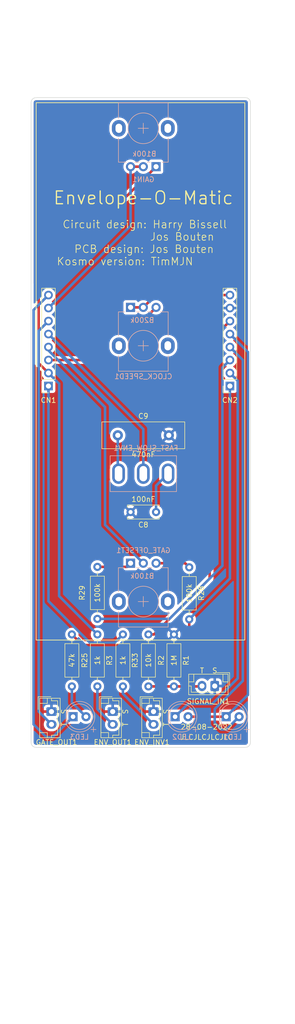
<source format=kicad_pcb>
(kicad_pcb (version 20211014) (generator pcbnew)
  (title_block (title "Envelope-o-Matic") (date "28-08-2022") (rev "1.0") (company "Harry Bissell/Jos Bouten") (comment 1 "Kosmo front panel by TimMJN"))
  (layers (0 "F.Cu" signal) (31 "B.Cu" signal) (36 "B.SilkS" user "B.Silkscreen") (37 "F.SilkS" user "F.Silkscreen") (38 "B.Mask" user) (39 "F.Mask" user) (44 "Edge.Cuts" user))
  (net 0 "")
  (net 1 "Net-(C8-Pad1)")
  (net 2 "GND")
  (net 3 "Net-(C9-Pad1)")
  (net 4 "CLOCK_SP1")
  (net 5 "CLOCK_SP2")
  (net 6 "ENV_OUT_INV")
  (net 7 "ENV_OUT")
  (net 8 "GATE_OFFSET")
  (net 9 "ENV_SPEED_SWITCH2")
  (net 10 "GATE_OUT")
  (net 11 "GAIN_POT")
  (net 12 "INV2_OUT")
  (net 13 "+12V")
  (net 14 "LED2")
  (net 15 "-12V")
  (net 16 "LED1")
  (net 17 "RECT")
  (net 18 "Net-(ENV_INV1-PadT)")
  (net 19 "Net-(ENV_OUT1-PadT)")
  (net 20 "Net-(GATE_OFFSET1-Pad1)")
  (net 21 "Net-(GATE_OFFSET1-Pad3)")
  (net 22 "Net-(LED3-Pad2)")
  (net 23 "Net-(R1-Pad2)")
  (net 24 "SIGNAL_IN")
  (footprint "TimMJN:R_Axial_DIN0207_L6.3mm_D2.5mm_P10.16mm_Horizontal_Value_SilkS" (layer "F.Cu") (at 91 160.88 90)
    (fp_text reference "R29" (at 5.08 -3 90) (layer "F.SilkS"))
    (fp_text value "100k" (at 5.08 0 90) (layer "F.SilkS"))
    (fp_line (start 8.35 -1.37) (end 1.81 -1.37) (layer "F.SilkS") (width 0.12))
    (fp_line (start 8.35 1.37) (end 8.35 -1.37) (layer "F.SilkS") (width 0.12))
    (fp_line (start 1.81 -1.37) (end 1.81 1.37) (layer "F.SilkS") (width 0.12))
    (fp_line (start 1.04 0) (end 1.81 0) (layer "F.SilkS") (width 0.12))
    (fp_line (start 1.81 1.37) (end 8.35 1.37) (layer "F.SilkS") (width 0.12))
    (fp_line (start 9.12 0) (end 8.35 0) (layer "F.SilkS") (width 0.12))
    (pad "1" thru_hole circle (at 0 0 90) (size 1.6 1.6) (drill 0.8) (layers *.Cu *.Mask) (net 15 "-12V"))
    (pad "2" thru_hole oval (at 10.16 0 90) (size 1.6 1.6) (drill 0.8) (layers *.Cu *.Mask) (net 20 "Net-(GATE_OFFSET1-Pad1)"))
  )
  (footprint "TimMJN:Jack_JST_conn_1x02_P2.50mm" (layer "F.Cu") (at 94 179 -90)
    (fp_text reference "ENV_OUT1" (at 6 0) (layer "F.SilkS"))
    (fp_text value "AudioJack")
    (fp_text user "S" (at 0 -2.5 90) (layer "F.SilkS"))
    (fp_text user "T" (at 2.5 -2.5 90) (layer "F.SilkS"))
    (fp_line (start 4.11 0.81) (end 4.11 2.31) (layer "F.SilkS") (width 0.12))
    (fp_line (start -2.91 0.11) (end -2.91 2.61) (layer "F.SilkS") (width 0.12))
    (fp_line (start -2.61 2.31) (end 5.11 2.31) (layer "F.SilkS") (width 0.12))
    (fp_line (start -1.61 0.81) (end -1.61 2.31) (layer "F.SilkS") (width 0.12))
    (fp_line (start 5.11 0.81) (end 4.11 0.81) (layer "F.SilkS") (width 0.12))
    (fp_line (start -2.61 0) (end -2.11 0) (layer "F.SilkS") (width 0.12))
    (fp_line (start 5.11 2.31) (end 5.11 -1.71) (layer "F.SilkS") (width 0.12))
    (fp_line (start 4.61 0) (end 5.11 0) (layer "F.SilkS") (width 0.12))
    (fp_line (start -2.11 0) (end -2.11 -1.21) (layer "F.SilkS") (width 0.12))
    (fp_line (start 4.61 -1.21) (end 4.61 0) (layer "F.SilkS") (width 0.12))
    (fp_line (start 5.11 -1.71) (end -2.61 -1.71) (layer "F.SilkS") (width 0.12))
    (fp_line (start -2.61 0.81) (end -1.61 0.81) (layer "F.SilkS") (width 0.12))
    (fp_line (start -2.61 -1.71) (end -2.61 2.31) (layer "F.SilkS") (width 0.12))
    (fp_line (start -2.11 -1.21) (end 4.61 -1.21) (layer "F.SilkS") (width 0.12))
    (fp_line (start -2.91 2.61) (end -0.41 2.61) (layer "F.SilkS") (width 0.12))
    (pad "S" thru_hole roundrect (at 0 0 270) (size 1.7 2) (drill 1) (layers *.Cu *.Mask) (roundrect_rratio 0.147) (net 2 "GND"))
    (pad "T" thru_hole oval (at 2.5 0 270) (size 1.7 2) (drill 1) (layers *.Cu *.Mask) (net 19 "Net-(ENV_OUT1-PadT)"))
  )
  (footprint "TimMJN:R_Axial_DIN0207_L6.3mm_D2.5mm_P10.16mm_Horizontal_Value_SilkS" (layer "F.Cu") (at 101 174.08 90)
    (fp_text reference "R2" (at 5.08 2.5 90) (layer "F.SilkS"))
    (fp_text value "10k" (at 5.08 0 90) (layer "F.SilkS"))
    (fp_line (start 9.12 0) (end 8.35 0) (layer "F.SilkS") (width 0.12))
    (fp_line (start 1.04 0) (end 1.81 0) (layer "F.SilkS") (width 0.12))
    (fp_line (start 1.81 1.37) (end 8.35 1.37) (layer "F.SilkS") (width 0.12))
    (fp_line (start 8.35 -1.37) (end 1.81 -1.37) (layer "F.SilkS") (width 0.12))
    (fp_line (start 8.35 1.37) (end 8.35 -1.37) (layer "F.SilkS") (width 0.12))
    (fp_line (start 1.81 -1.37) (end 1.81 1.37) (layer "F.SilkS") (width 0.12))
    (pad "1" thru_hole circle (at 0 0 90) (size 1.6 1.6) (drill 0.8) (layers *.Cu *.Mask) (net 23 "Net-(R1-Pad2)"))
    (pad "2" thru_hole oval (at 10.16 0 90) (size 1.6 1.6) (drill 0.8) (layers *.Cu *.Mask) (net 24 "SIGNAL_IN"))
  )
  (footprint "TimMJN:C_Disc_D6.0mm_W2.5mm_P5.00mm_Value_SilkS" (layer "F.Cu") (at 102.5 140 180)
    (fp_text reference "C8" (at 2.5 -2.5) (layer "F.SilkS"))
    (fp_text value "100nF" (at 2.5 2.5) (layer "F.SilkS"))
    (fp_line (start 5.62 -1.37) (end 5.62 -0.925) (layer "F.SilkS") (width 0.12))
    (fp_line (start -0.62 0.925) (end -0.62 1.37) (layer "F.SilkS") (width 0.12))
    (fp_line (start 5.62 0.925) (end 5.62 1.37) (layer "F.SilkS") (width 0.12))
    (fp_line (start -0.62 1.37) (end 5.62 1.37) (layer "F.SilkS") (width 0.12))
    (fp_line (start -0.62 -1.37) (end 5.62 -1.37) (layer "F.SilkS") (width 0.12))
    (fp_line (start -0.62 -1.37) (end -0.62 -0.925) (layer "F.SilkS") (width 0.12))
    (pad "1" thru_hole circle (at 0 0 180) (size 1.6 1.6) (drill 0.8) (layers *.Cu *.Mask) (net 1 "Net-(C8-Pad1)"))
    (pad "2" thru_hole circle (at 5 0 180) (size 1.6 1.6) (drill 0.8) (layers *.Cu *.Mask) (net 2 "GND"))
  )
  (footprint "TimMJN:R_Axial_DIN0207_L6.3mm_D2.5mm_P10.16mm_Horizontal_Value_SilkS" (layer "F.Cu") (at 109 150.8 -90)
    (fp_text reference "R28" (at 5.08 -2.37 90) (layer "F.SilkS"))
    (fp_text value "100k" (at 5.08 0 90) (layer "F.SilkS"))
    (fp_line (start 8.35 -1.37) (end 1.81 -1.37) (layer "F.SilkS") (width 0.12))
    (fp_line (start 1.81 -1.37) (end 1.81 1.37) (layer "F.SilkS") (width 0.12))
    (fp_line (start 1.04 0) (end 1.81 0) (layer "F.SilkS") (width 0.12))
    (fp_line (start 1.81 1.37) (end 8.35 1.37) (layer "F.SilkS") (width 0.12))
    (fp_line (start 9.12 0) (end 8.35 0) (layer "F.SilkS") (width 0.12))
    (fp_line (start 8.35 1.37) (end 8.35 -1.37) (layer "F.SilkS") (width 0.12))
    (pad "1" thru_hole circle (at 0 0 270) (size 1.6 1.6) (drill 0.8) (layers *.Cu *.Mask) (net 21 "Net-(GATE_OFFSET1-Pad3)"))
    (pad "2" thru_hole oval (at 10.16 0 270) (size 1.6 1.6) (drill 0.8) (layers *.Cu *.Mask) (net 13 "+12V"))
  )
  (footprint "Capacitor_THT:C_Disc_D16.0mm_W5.0mm_P10.00mm" (layer "F.Cu") (at 95 125)
    (fp_text reference "C9" (at 5 -3.75) (layer "F.SilkS"))
    (fp_text value "470nF" (at 5 3.75) (layer "F.SilkS"))
    (fp_line (start 13.12 -2.62) (end 13.12 2.62) (layer "F.SilkS") (width 0.12))
    (fp_line (start -3.12 2.62) (end 13.12 2.62) (layer "F.SilkS") (width 0.12))
    (fp_line (start -3.12 -2.62) (end 13.12 -2.62) (layer "F.SilkS") (width 0.12))
    (fp_line (start -3.12 -2.62) (end -3.12 2.62) (layer "F.SilkS") (width 0.12))
    (pad "1" thru_hole circle (at 0 0) (size 2 2) (drill 1) (layers *.Cu *.Mask) (net 3 "Net-(C9-Pad1)"))
    (pad "2" thru_hole circle (at 10 0) (size 2 2) (drill 1) (layers *.Cu *.Mask) (net 2 "GND"))
  )
  (footprint "TimMJN:Jack_JST_conn_1x02_P2.50mm" (layer "F.Cu") (at 102 179 -90)
    (fp_text reference "ENV_INV1" (at 6 0.3 180) (layer "F.SilkS"))
    (fp_text value "AudioJack")
    (fp_text user "S" (at 0 -2.5 90) (layer "F.SilkS"))
    (fp_text user "T" (at 2.5 -2.5 90) (layer "F.SilkS"))
    (fp_line (start 4.61 -1.21) (end 4.61 0) (layer "F.SilkS") (width 0.12))
    (fp_line (start -1.61 0.81) (end -1.61 2.31) (layer "F.SilkS") (width 0.12))
    (fp_line (start 4.11 0.81) (end 4.11 2.31) (layer "F.SilkS") (width 0.12))
    (fp_line (start 5.11 0.81) (end 4.11 0.81) (layer "F.SilkS") (width 0.12))
    (fp_line (start -2.91 2.61) (end -0.41 2.61) (layer "F.SilkS") (width 0.12))
    (fp_line (start 5.11 -1.71) (end -2.61 -1.71) (layer "F.SilkS") (width 0.12))
    (fp_line (start -2.11 0) (end -2.11 -1.21) (layer "F.SilkS") (width 0.12))
    (fp_line (start 5.11 2.31) (end 5.11 -1.71) (layer "F.SilkS") (width 0.12))
    (fp_line (start 4.61 0) (end 5.11 0) (layer "F.SilkS") (width 0.12))
    (fp_line (start -2.61 2.31) (end 5.11 2.31) (layer "F.SilkS") (width 0.12))
    (fp_line (start -2.61 0.81) (end -1.61 0.81) (layer "F.SilkS") (width 0.12))
    (fp_line (start -2.11 -1.21) (end 4.61 -1.21) (layer "F.SilkS") (width 0.12))
    (fp_line (start -2.91 0.11) (end -2.91 2.61) (layer "F.SilkS") (width 0.12))
    (fp_line (start -2.61 -1.71) (end -2.61 2.31) (layer "F.SilkS") (width 0.12))
    (fp_line (start -2.61 0) (end -2.11 0) (layer "F.SilkS") (width 0.12))
    (pad "S" thru_hole roundrect (at 0 0 270) (size 1.7 2) (drill 1) (layers *.Cu *.Mask) (roundrect_rratio 0.147) (net 2 "GND"))
    (pad "T" thru_hole oval (at 2.5 0 270) (size 1.7 2) (drill 1) (layers *.Cu *.Mask) (net 18 "Net-(ENV_INV1-PadT)"))
  )
  (footprint "Connector_PinSocket_2.54mm:PinSocket_1x08_P2.54mm_Vertical" (layer "F.Cu") (at 116.973 115.373 180)
    (fp_text reference "CN2" (at 0 -2.77) (layer "F.SilkS"))
    (fp_text value "Conn_01x08")
    (fp_line (start 1.33 -1.33) (end 1.33 0) (layer "F.SilkS") (width 0.12))
    (fp_line (start 1.33 1.27) (end 1.33 19.11) (layer "F.SilkS") (width 0.12))
    (fp_line (start -1.33 19.11) (end 1.33 19.11) (layer "F.SilkS") (width 0.12))
    (fp_line (start 0 -1.33) (end 1.33 -1.33) (layer "F.SilkS") (width 0.12))
    (fp_line (start -1.33 1.27) (end -1.33 19.11) (layer "F.SilkS") (width 0.12))
    (fp_line (start -1.33 1.27) (end 1.33 1.27) (layer "F.SilkS") (width 0.12))
    (pad "1" thru_hole rect locked (at 0 0 180) (size 1.7 1.7) (drill 1) (layers *.Cu *.Mask) (net 13 "+12V"))
    (pad "2" thru_hole oval locked (at 0 2.54 180) (size 1.7 1.7) (drill 1) (layers *.Cu *.Mask) (net 14 "LED2"))
    (pad "3" thru_hole oval locked (at 0 5.08 180) (size 1.7 1.7) (drill 1) (layers *.Cu *.Mask) (net 15 "-12V"))
    (pad "4" thru_hole oval locked (at 0 7.62 180) (size 1.7 1.7) (drill 1) (layers *.Cu *.Mask) (net 16 "LED1"))
    (pad "5" thru_hole oval locked (at 0 10.16 180) (size 1.7 1.7) (drill 1) (layers *.Cu *.Mask) (net 17 "RECT"))
    (pad "6" thru_hole oval locked (at 0 12.7 180) (size 1.7 1.7) (drill 1) (layers *.Cu *.Mask) (net 24 "SIGNAL_IN"))
    (pad "7" thru_hole oval locked (at 0 15.24 180) (size 1.7 1.7) (drill 1) (layers *.Cu *.Mask) (net 2 "GND"))
    (pad "8" thru_hole oval locked (at 0 17.78 180) (size 1.7 1.7) (drill 1) (layers *.Cu *.Mask) (net 4 "CLOCK_SP1"))
  )
  (footprint "TimMJN:Jack_JST_conn_1x02_P2.50mm" (layer "F.Cu") (at 82 179 -90)
    (fp_text reference "GATE_OUT1" (at 6 -1 180) (layer "F.SilkS"))
    (fp_text value "AudioJack")
    (fp_text user "T" (at 2.5 -2.5 90) (layer "F.SilkS"))
    (fp_text user "S" (at 0 -2.5 90) (layer "F.SilkS"))
    (fp_line (start -2.11 -1.21) (end 4.61 -1.21) (layer "F.SilkS") (width 0.12))
    (fp_line (start -2.61 -1.71) (end -2.61 2.31) (layer "F.SilkS") (width 0.12))
    (fp_line (start -1.61 0.81) (end -1.61 2.31) (layer "F.SilkS") (width 0.12))
    (fp_line (start -2.61 0.81) (end -1.61 0.81) (layer "F.SilkS") (width 0.12))
    (fp_line (start 5.11 2.31) (end 5.11 -1.71) (layer "F.SilkS") (width 0.12))
    (fp_line (start 4.61 0) (end 5.11 0) (layer "F.SilkS") (width 0.12))
    (fp_line (start 5.11 -1.71) (end -2.61 -1.71) (layer "F.SilkS") (width 0.12))
    (fp_line (start -2.61 2.31) (end 5.11 2.31) (layer "F.SilkS") (width 0.12))
    (fp_line (start 4.61 -1.21) (end 4.61 0) (layer "F.SilkS") (width 0.12))
    (fp_line (start 5.11 0.81) (end 4.11 0.81) (layer "F.SilkS") (width 0.12))
    (fp_line (start -2.91 2.61) (end -0.41 2.61) (layer "F.SilkS") (width 0.12))
    (fp_line (start 4.11 0.81) (end 4.11 2.31) (layer "F.SilkS") (width 0.12))
    (fp_line (start -2.11 0) (end -2.11 -1.21) (layer "F.SilkS") (width 0.12))
    (fp_line (start -2.61 0) (end -2.11 0) (layer "F.SilkS") (width 0.12))
    (fp_line (start -2.91 0.11) (end -2.91 2.61) (layer "F.SilkS") (width 0.12))
    (pad "S" thru_hole roundrect (at 0 0 270) (size 1.7 2) (drill 1) (layers *.Cu *.Mask) (roundrect_rratio 0.147) (net 2 "GND"))
    (pad "T" thru_hole oval (at 2.5 0 270) (size 1.7 2) (drill 1) (layers *.Cu *.Mask) (net 10 "GATE_OUT"))
  )
  (footprint "TimMJN:R_Axial_DIN0207_L6.3mm_D2.5mm_P10.16mm_Horizontal_Value_SilkS" (layer "F.Cu") (at 91 163.92 -90)
    (fp_text reference "R3" (at 5.08 -2.37 90) (layer "F.SilkS"))
    (fp_text value "1k" (at 5.08 0 90) (layer "F.SilkS"))
    (fp_line (start 8.35 1.37) (end 8.35 -1.37) (layer "F.SilkS") (width 0.12))
    (fp_line (start 1.81 1.37) (end 8.35 1.37) (layer "F.SilkS") (width 0.12))
    (fp_line (start 9.12 0) (end 8.35 0) (layer "F.SilkS") (width 0.12))
    (fp_line (start 1.81 -1.37) (end 1.81 1.37) (layer "F.SilkS") (width 0.12))
    (fp_line (start 1.04 0) (end 1.81 0) (layer "F.SilkS") (width 0.12))
    (fp_line (start 8.35 -1.37) (end 1.81 -1.37) (layer "F.SilkS") (width 0.12))
    (pad "1" thru_hole circle (at 0 0 270) (size 1.6 1.6) (drill 0.8) (layers *.Cu *.Mask) (net 7 "ENV_OUT"))
    (pad "2" thru_hole oval (at 10.16 0 270) (size 1.6 1.6) (drill 0.8) (layers *.Cu *.Mask) (net 19 "Net-(ENV_OUT1-PadT)"))
  )
  (footprint "TimMJN:R_Axial_DIN0207_L6.3mm_D2.5mm_P10.16mm_Horizontal_Value_SilkS" (layer "F.Cu") (at 106 163.92 -90)
    (fp_text reference "R1" (at 5.08 -2.37 90) (layer "F.SilkS"))
    (fp_text value "1M" (at 5.08 0 90) (layer "F.SilkS"))
    (fp_line (start 8.35 -1.37) (end 1.81 -1.37) (layer "F.SilkS") (width 0.12))
    (fp_line (start 1.81 1.37) (end 8.35 1.37) (layer "F.SilkS") (width 0.12))
    (fp_line (start 8.35 1.37) (end 8.35 -1.37) (layer "F.SilkS") (width 0.12))
    (fp_line (start 1.81 -1.37) (end 1.81 1.37) (layer "F.SilkS") (width 0.12))
    (fp_line (start 9.12 0) (end 8.35 0) (layer "F.SilkS") (width 0.12))
    (fp_line (start 1.04 0) (end 1.81 0) (layer "F.SilkS") (width 0.12))
    (pad "1" thru_hole circle (at 0 0 270) (size 1.6 1.6) (drill 0.8) (layers *.Cu *.Mask) (net 2 "GND"))
    (pad "2" thru_hole oval (at 10.16 0 270) (size 1.6 1.6) (drill 0.8) (layers *.Cu *.Mask) (net 23 "Net-(R1-Pad2)"))
  )
  (footprint "Connector_PinSocket_2.54mm:PinSocket_1x08_P2.54mm_Vertical" (layer "F.Cu") (at 81.413 115.372 180)
    (fp_text reference "CN1" (at 0 -2.77) (layer "F.SilkS"))
    (fp_text value "Conn_01x08")
    (fp_line (start -1.33 19.11) (end 1.33 19.11) (layer "F.SilkS") (width 0.12))
    (fp_line (start -1.33 1.27) (end 1.33 1.27) (layer "F.SilkS") (width 0.12))
    (fp_line (start 1.33 -1.33) (end 1.33 0) (layer "F.SilkS") (width 0.12))
    (fp_line (start 0 -1.33) (end 1.33 -1.33) (layer "F.SilkS") (width 0.12))
    (fp_line (start 1.33 1.27) (end 1.33 19.11) (layer "F.SilkS") (width 0.12))
    (fp_line (start -1.33 1.27) (end -1.33 19.11) (layer "F.SilkS") (width 0.12))
    (pad "1" thru_hole rect locked (at 0 0 180) (size 1.7 1.7) (drill 1) (layers *.Cu *.Mask) (net 6 "ENV_OUT_INV"))
    (pad "2" thru_hole oval locked (at 0 2.54 180) (size 1.7 1.7) (drill 1) (layers *.Cu *.Mask) (net 7 "ENV_OUT"))
    (pad "3" thru_hole oval locked (at 0 5.08 180) (size 1.7 1.7) (drill 1) (layers *.Cu *.Mask) (net 5 "CLOCK_SP2"))
    (pad "4" thru_hole oval locked (at 0 7.62 180) (size 1.7 1.7) (drill 1) (layers *.Cu *.Mask) (net 8 "GATE_OFFSET"))
    (pad "5" thru_hole oval locked (at 0 10.16 180) (size 1.7 1.7) (drill 1) (layers *.Cu *.Mask) (net 9 "ENV_SPEED_SWITCH2"))
    (pad "6" thru_hole oval locked (at 0 12.7 180) (size 1.7 1.7) (drill 1) (layers *.Cu *.Mask) (net 10 "GATE_OUT"))
    (pad "7" thru_hole oval locked (at 0 15.24 180) (size 1.7 1.7) (drill 1) (layers *.Cu *.Mask) (net 11 "GAIN_POT"))
    (pad "8" thru_hole oval locked (at 0 17.78 180) (size 1.7 1.7) (drill 1) (layers *.Cu *.Mask) (net 12 "INV2_OUT"))
  )
  (footprint "TimMJN:Jack_JST_conn_1x02_P2.50mm" (layer "F.Cu") (at 114 174 180)
    (fp_text reference "SIGNAL_IN1" (at 1.25 -3) (layer "F.SilkS"))
    (fp_text value "AudioJack")
    (fp_text user "S" (at 0 3) (layer "F.SilkS"))
    (fp_text user "T" (at 2.5 3) (layer "F.SilkS"))
    (fp_line (start 5.11 0.81) (end 4.11 0.81) (layer "F.SilkS") (width 0.12))
    (fp_line (start -2.61 0) (end -2.11 0) (layer "F.SilkS") (width 0.12))
    (fp_line (start 4.61 -1.21) (end 4.61 0) (layer "F.SilkS") (width 0.12))
    (fp_line (start 5.11 2.31) (end 5.11 -1.71) (layer "F.SilkS") (width 0.12))
    (fp_line (start 4.11 0.81) (end 4.11 2.31) (layer "F.SilkS") (width 0.12))
    (fp_line (start -2.91 0.11) (end -2.91 2.61) (layer "F.SilkS") (width 0.12))
    (fp_line (start -2.61 0.81) (end -1.61 0.81) (layer "F.SilkS") (width 0.12))
    (fp_line (start 5.11 -1.71) (end -2.61 -1.71) (layer "F.SilkS") (width 0.12))
    (fp_line (start -2.11 0) (end -2.11 -1.21) (layer "F.SilkS") (width 0.12))
    (fp_line (start -2.61 2.31) (end 5.11 2.31) (layer "F.SilkS") (width 0.12))
    (fp_line (start -1.61 0.81) (end -1.61 2.31) (layer "F.SilkS") (width 0.12))
    (fp_line (start -2.11 -1.21) (end 4.61 -1.21) (layer "F.SilkS") (width 0.12))
    (fp_line (start -2.91 2.61) (end -0.41 2.61) (layer "F.SilkS") (width 0.12))
    (fp_line (start -2.61 -1.71) (end -2.61 2.31) (layer "F.SilkS") (width 0.12))
    (fp_line (start 4.61 0) (end 5.11 0) (layer "F.SilkS") (width 0.12))
    (pad "S" thru_hole roundrect (at 0 0 180) (size 1.7 2) (drill 1) (layers *.Cu *.Mask) (roundrect_rratio 0.147) (net 2 "GND"))
    (pad "T" thru_hole oval (at 2.5 0 180) (size 1.7 2) (drill 1) (layers *.Cu *.Mask) (net 23 "Net-(R1-Pad2)"))
  )
  (footprint "TimMJN:R_Axial_DIN0207_L6.3mm_D2.5mm_P10.16mm_Horizontal_Value_SilkS" (layer "F.Cu") (at 86 174.08 90)
    (fp_text reference "R25" (at 5.08 2.5 90) (layer "F.SilkS"))
    (fp_text value "47k" (at 5.08 0 90) (layer "F.SilkS"))
    (fp_line (start 9.12 0) (end 8.35 0) (layer "F.SilkS") (width 0.12))
    (fp_line (start 8.35 -1.37) (end 1.81 -1.37) (layer "F.SilkS") (width 0.12))
    (fp_line (start 8.35 1.37) (end 8.35 -1.37) (layer "F.SilkS") (width 0.12))
    (fp_line (start 1.04 0) (end 1.81 0) (layer "F.SilkS") (width 0.12))
    (fp_line (start 1.81 -1.37) (end 1.81 1.37) (layer "F.SilkS") (width 0.12))
    (fp_line (start 1.81 1.37) (end 8.35 1.37) (layer "F.SilkS") (width 0.12))
    (pad "1" thru_hole circle (at 0 0 90) (size 1.6 1.6) (drill 0.8) (layers *.Cu *.Mask) (net 22 "Net-(LED3-Pad2)"))
    (pad "2" thru_hole oval (at 10.16 0 90) (size 1.6 1.6) (drill 0.8) (layers *.Cu *.Mask) (net 13 "+12V"))
  )
  (footprint "TimMJN:R_Axial_DIN0207_L6.3mm_D2.5mm_P10.16mm_Horizontal_Value_SilkS" (layer "F.Cu") (at 96 163.92 -90)
    (fp_text reference "R33" (at 5.08 -2.37 90) (layer "F.SilkS"))
    (fp_text value "1k" (at 5.08 0 90) (layer "F.SilkS"))
    (fp_line (start 8.35 1.37) (end 8.35 -1.37) (layer "F.SilkS") (width 0.12))
    (fp_line (start 1.04 0) (end 1.81 0) (layer "F.SilkS") (width 0.12))
    (fp_line (start 8.35 -1.37) (end 1.81 -1.37) (layer "F.SilkS") (width 0.12))
    (fp_line (start 9.12 0) (end 8.35 0) (layer "F.SilkS") (width 0.12))
    (fp_line (start 1.81 -1.37) (end 1.81 1.37) (layer "F.SilkS") (width 0.12))
    (fp_line (start 1.81 1.37) (end 8.35 1.37) (layer "F.SilkS") (width 0.12))
    (pad "1" thru_hole circle (at 0 0 270) (size 1.6 1.6) (drill 0.8) (layers *.Cu *.Mask) (net 6 "ENV_OUT_INV"))
    (pad "2" thru_hole oval (at 10.16 0 270) (size 1.6 1.6) (drill 0.8) (layers *.Cu *.Mask) (net 18 "Net-(ENV_INV1-PadT)"))
  )
  (footprint "TimMJN:LED_D5.0mm" (layer "B.Cu") (at 87.5 180)
    (fp_text reference "LED3" (at 0 3.96) (layer "B.SilkS") (effects (justify mirror)))
    (fp_text value "LED")
    (fp_line (start 2.73 3) (end 2.73 2) (layer "B.SilkS") (width 0.12))
    (fp_line (start 2.23 2.5) (end 3.23 2.5) (layer "B.SilkS") (width 0.12))
    (fp_line (start -2.56 1.545) (end -2.56 -1.545) (layer "B.SilkS") (width 0.12))
    (fp_arc (start 2.99 -0.000462) (mid 0.802002 2.880433) (end -2.56 1.54483) (layer "B.SilkS") (width 0.12))
    (fp_arc (start -2.56 -1.54483) (mid 0.802002 -2.880433) (end 2.99 0.000462) (layer "B.SilkS") (width 0.12))
    (fp_circle (center 0 0) (end 2.5 0) (layer "B.SilkS") (width 0.12) (fill none))
    (pad "1" thru_hole rect (at -1.27 0) (size 1.8 1.8) (drill 0.9) (layers *.Cu *.Mask) (net 12 "INV2_OUT"))
    (pad "2" thru_hole circle (at 1.27 0) (size 1.8 1.8) (drill 0.9) (layers *.Cu *.Mask) (net 22 "Net-(LED3-Pad2)"))
  )
  (footprint "TimMJN:LED_D5.0mm" (layer "B.Cu") (at 107.5 180)
    (fp_text reference "LED2" (at 0 3.96) (layer "B.SilkS") (effects (justify mirror)))
    (fp_text value "LED")
    (fp_line (start 2.23 2.5) (end 3.23 2.5) (layer "B.SilkS") (width 0.12))
    (fp_line (start 2.73 3) (end 2.73 2) (layer "B.SilkS") (width 0.12))
    (fp_line (start -2.56 1.545) (end -2.56 -1.545) (layer "B.SilkS") (width 0.12))
    (fp_arc (start 2.99 -0.000462) (mid 0.802002 2.880433) (end -2.56 1.54483) (layer "B.SilkS") (width 0.12))
    (fp_arc (start -2.56 -1.54483) (mid 0.802002 -2.880433) (end 2.99 0.000462) (layer "B.SilkS") (width 0.12))
    (fp_circle (center 0 0) (end 2.5 0) (layer "B.SilkS") (width 0.12) (fill none))
    (pad "1" thru_hole rect (at -1.27 0) (size 1.8 1.8) (drill 0.9) (layers *.Cu *.Mask) (net 14 "LED2"))
    (pad "2" thru_hole circle (at 1.27 0) (size 1.8 1.8) (drill 0.9) (layers *.Cu *.Mask) (net 17 "RECT"))
  )
  (footprint "TimMJN:Switch_SP" (layer "B.Cu") (at 100 132.5 90)
    (fp_text reference "FAST_SLOW_ENV1" (at 5 0.5 180) (layer "B.SilkS") (effects (justify mirror)))
    (fp_text value "SW_SPDT")
    (fp_line (start -3.5 6.5) (end 3.5 6.5) (layer "B.SilkS") (width 0.12))
    (fp_line (start -3.5 -6.5) (end -3.5 6.5) (layer "B.SilkS") (width 0.12))
    (fp_line (start 3.5 6.5) (end 3.5 -6.5) (layer "B.SilkS") (width 0.12))
    (fp_line (start 3.5 -6.5) (end -3.5 -6.5) (layer "B.SilkS") (width 0.12))
    (pad "1" thru_hole oval (at 0 -4.85 90) (size 4 2.5) (drill oval 3 1.5) (layers *.Cu *.Mask) (net 3 "Net-(C9-Pad1)"))
    (pad "2" thru_hole oval (at 0 0 90) (size 4 2.5) (drill oval 3 1.5) (layers *.Cu *.Mask) (net 9 "ENV_SPEED_SWITCH2"))
    (pad "3" thru_hole oval (at 0 4.85 90) (size 4 2.5) (drill oval 3 1.5) (layers *.Cu *.Mask) (net 1 "Net-(C8-Pad1)"))
  )
  (footprint "TimMJN:Potentiometer_Alpha_9mm_single_gang" (layer "B.Cu") (at 100 157.5 -90)
    (fp_text reference "GATE_OFFSET1" (at -10 0 180) (layer "B.SilkS") (effects (justify mirror)))
    (fp_text value "B100k" (at -5 0.214) (layer "B.SilkS") (effects (justify mirror)))
    (fp_line (start -6.62 -1.66) (end -6.62 -0.83) (layer "B.SilkS") (width 0.12))
    (fp_line (start -6.62 -4.87) (end -6.62 -3.38) (layer "B.SilkS") (width 0.12))
    (fp_line (start -6.62 4.88) (end -1.9 4.88) (layer "B.SilkS") (width 0.12))
    (fp_line (start 1.91 -4.87) (end 4.97 -4.87) (layer "B.SilkS") (width 0.12))
    (fp_line (start 1.91 4.87) (end 4.97 4.87) (layer "B.SilkS") (width 0.12))
    (fp_line (start 1 0) (end -1 0) (layer "B.SilkS") (width 0.12))
    (fp_line (start -6.62 0.79) (end -6.62 1.32) (layer "B.SilkS") (width 0.12))
    (fp_line (start -6.62 3.69) (end -6.62 4.87) (layer "B.SilkS") (width 0.12))
    (fp_line (start 0 -1) (end 0 1) (layer "B.SilkS") (width 0.12))
    (fp_line (start -6.62 -4.87) (end -1.9 -4.87) (layer "B.SilkS") (width 0.12))
    (fp_line (start 4.97 -4.87) (end 4.97 4.87) (layer "B.SilkS") (width 0.12))
    (fp_circle (center 0 0) (end 3 0) (layer "B.SilkS") (width 0.12) (fill none))
    (pad "" thru_hole oval (at 0 4.8 180) (size 2.72 3.24) (drill oval 1.3 1.8) (layers *.Cu *.Mask))
    (pad "" thru_hole oval (at 0 -4.8 180) (size 2.72 3.24) (drill oval 1.3 1.8) (layers *.Cu *.Mask))
    (pad "1" thru_hole rect (at -7.5 2.5 180) (size 1.8 1.8) (drill 1) (layers *.Cu *.Mask) (net 20 "Net-(GATE_OFFSET1-Pad1)"))
    (pad "2" thru_hole circle (at -7.5 0 180) (size 1.8 1.8) (drill 1) (layers *.Cu *.Mask) (net 8 "GATE_OFFSET"))
    (pad "3" thru_hole circle (at -7.5 -2.5 180) (size 1.8 1.8) (drill 1) (layers *.Cu *.Mask) (net 21 "Net-(GATE_OFFSET1-Pad3)"))
  )
  (footprint "TimMJN:LED_D5.0mm" (layer "B.Cu") (at 117.5 180)
    (fp_text reference "LED1" (at 0 3.96) (layer "B.SilkS") (effects (justify mirror)))
    (fp_text value "LED")
    (fp_line (start -2.56 1.545) (end -2.56 -1.545) (layer "B.SilkS") (width 0.12))
    (fp_line (start 2.23 2.5) (end 3.23 2.5) (layer "B.SilkS") (width 0.12))
    (fp_line (start 2.73 3) (end 2.73 2) (layer "B.SilkS") (width 0.12))
    (fp_arc (start -2.56 -1.54483) (mid 0.802002 -2.880433) (end 2.99 0.000462) (layer "B.SilkS") (width 0.12))
    (fp_arc (start 2.99 -0.000462) (mid 0.802002 2.880433) (end -2.56 1.54483) (layer "B.SilkS") (width 0.12))
    (fp_circle (center 0 0) (end 2.5 0) (layer "B.SilkS") (width 0.12) (fill none))
    (pad "1" thru_hole rect (at -1.27 0) (size 1.8 1.8) (drill 0.9) (layers *.Cu *.Mask) (net 17 "RECT"))
    (pad "2" thru_hole circle (at 1.27 0) (size 1.8 1.8) (drill 0.9) (layers *.Cu *.Mask) (net 16 "LED1"))
  )
  (footprint "TimMJN:Potentiometer_Alpha_9mm_single_gang" (layer "B.Cu") (at 100 107.5 -90)
    (fp_text reference "CLOCK_SPEED1" (at 6 0 180) (layer "B.SilkS") (effects (justify mirror)))
    (fp_text value "B200k" (at -5 0.214) (layer "B.SilkS") (effects (justify mirror)))
    (fp_line (start -6.62 -1.66) (end -6.62 -0.83) (layer "B.SilkS") (width 0.12))
    (fp_line (start -6.62 -4.87) (end -6.62 -3.38) (layer "B.SilkS") (width 0.12))
    (fp_line (start 4.97 -4.87) (end 4.97 4.87) (layer "B.SilkS") (width 0.12))
    (fp_line (start -6.62 3.69) (end -6.62 4.87) (layer "B.SilkS") (width 0.12))
    (fp_line (start -6.62 -4.87) (end -1.9 -4.87) (layer "B.SilkS") (width 0.12))
    (fp_line (start -6.62 4.88) (end -1.9 4.88) (layer "B.SilkS") (width 0.12))
    (fp_line (start 1.91 4.87) (end 4.97 4.87) (layer "B.SilkS") (width 0.12))
    (fp_line (start 1.91 -4.87) (end 4.97 -4.87) (layer "B.SilkS") (width 0.12))
    (fp_line (start 0 -1) (end 0 1) (layer "B.SilkS") (width 0.12))
    (fp_line (start -6.62 0.79) (end -6.62 1.32) (layer "B.SilkS") (width 0.12))
    (fp_line (start 1 0) (end -1 0) (layer "B.SilkS") (width 0.12))
    (fp_circle (center 0 0) (end 3 0) (layer "B.SilkS") (width 0.12) (fill none))
    (pad "" thru_hole oval (at 0 4.8 180) (size 2.72 3.24) (drill oval 1.3 1.8) (layers *.Cu *.Mask))
    (pad "" thru_hole oval (at 0 -4.8 180) (size 2.72 3.24) (drill oval 1.3 1.8) (layers *.Cu *.Mask))
    (pad "1" thru_hole rect (at -7.5 2.5 180) (size 1.8 1.8) (drill 1) (layers *.Cu *.Mask) (net 4 "CLOCK_SP1"))
    (pad "2" thru_hole circle (at -7.5 0 180) (size 1.8 1.8) (drill 1) (layers *.Cu *.Mask) (net 4 "CLOCK_SP1"))
    (pad "3" thru_hole circle (at -7.5 -2.5 180) (size 1.8 1.8) (drill 1) (layers *.Cu *.Mask) (net 5 "CLOCK_SP2"))
  )
  (footprint "TimMJN:Potentiometer_Alpha_9mm_single_gang" (layer "B.Cu") (at 100 65 90)
    (fp_text reference "GAIN1" (at -10 0 180) (layer "B.SilkS") (effects (justify mirror)))
    (fp_text value "B100k" (at -5 0.214) (layer "B.SilkS") (effects (justify mirror)))
    (fp_line (start -6.62 4.88) (end -1.9 4.88) (layer "B.SilkS") (width 0.12))
    (fp_line (start 1.91 4.87) (end 4.97 4.87) (layer "B.SilkS") (width 0.12))
    (fp_line (start -6.62 -4.87) (end -6.62 -3.38) (layer "B.SilkS") (width 0.12))
    (fp_line (start -6.62 0.79) (end -6.62 1.32) (layer "B.SilkS") (width 0.12))
    (fp_line (start 0 -1) (end 0 1) (layer "B.SilkS") (width 0.12))
    (fp_line (start -6.62 -4.87) (end -1.9 -4.87) (layer "B.SilkS") (width 0.12))
    (fp_line (start 1.91 -4.87) (end 4.97 -4.87) (layer "B.SilkS") (width 0.12))
    (fp_line (start -6.62 3.69) (end -6.62 4.87) (layer "B.SilkS") (width 0.12))
    (fp_line (start 1 0) (end -1 0) (layer "B.SilkS") (width 0.12))
    (fp_line (start 4.97 -4.87) (end 4.97 4.87) (layer "B.SilkS") (width 0.12))
    (fp_line (start -6.62 -1.66) (end -6.62 -0.83) (layer "B.SilkS") (width 0.12))
    (fp_circle (center 0 0) (end 3 0) (layer "B.SilkS") (width 0.12) (fill none))
    (pad "" thru_hole oval (at 0 -4.8) (size 2.72 3.24) (drill oval 1.3 1.8) (layers *.Cu *.Mask))
    (pad "" thru_hole oval (at 0 4.8) (size 2.72 3.24) (drill oval 1.3 1.8) (layers *.Cu *.Mask))
    (pad "1" thru_hole rect (at -7.5 2.5) (size 1.8 1.8) (drill 1) (layers *.Cu *.Mask) (net 7 "ENV_OUT"))
    (pad "2" thru_hole circle (at -7.5 0) (size 1.8 1.8) (drill 1) (layers *.Cu *.Mask) (net 11 "GAIN_POT"))
    (pad "3" thru_hole circle (at -7.5 -2.5) (size 1.8 1.8) (drill 1) (layers *.Cu *.Mask) (net 11 "GAIN_POT"))
  )
  (gr_rect locked (start 79 60) (end 119.894 165.018) (layer "F.SilkS") (width 0.15) (fill none))
  (gr_arc (start 79 186) (mid 78.292893 185.707107) (end 78 185) (layer "Edge.Cuts") (width 0.1))
  (gr_line (start 78 185) (end 78 60) (layer "Edge.Cuts") (width 0.1))
  (gr_arc (start 120 59) (mid 120.707107 59.292893) (end 121 60) (layer "Edge.Cuts") (width 0.1))
  (gr_line (start 79 59) (end 120 59) (layer "Edge.Cuts") (width 0.1))
  (gr_arc (start 78 60) (mid 78.292893 59.292893) (end 79 59) (layer "Edge.Cuts") (width 0.1))
  (gr_line (start 120 186) (end 79 186) (layer "Edge.Cuts") (width 0.1))
  (gr_arc (start 121 185) (mid 120.707107 185.707107) (end 120 186) (layer "Edge.Cuts") (width 0.1))
  (gr_line (start 121 60) (end 121 185) (layer "Edge.Cuts") (width 0.1))
  (gr_text "JLCJLCJLCJLC" (at 112.4 184) (layer "F.SilkS") (effects (font (size 1 1))))
  (gr_text "  Circuit design: Harry Bissell\n                 Jos Bouten\n    PCB design: Jos Bouten\n Kosmo version: TimMJN" (at 81.8 87.4) (layer "F.SilkS") (effects (font (size 1.5 1.5)) (justify left)))
  (gr_text "28-08-2022" (at 112.4 182) (layer "F.SilkS") (effects (font (size 1 1))))
  (gr_text "Envelope-O-Matic" (at 100 78.6) (layer "F.SilkS") (effects (font (size 2.5 2.5) (thickness 0.25))))
  (segment (start 102.5 140) (end 102.5 134.85) (width 0.5) (layer "B.Cu") (net 1))
  (segment (start 102.5 134.85) (end 104.85 132.5) (width 0.5) (layer "B.Cu") (net 1))
  (segment (start 95 125) (end 95 132.35) (width 0.5) (layer "B.Cu") (net 3))
  (segment (start 97.5 100) (end 100 100) (width 0.5) (layer "F.Cu") (net 4))
  (segment (start 102.407 97.593) (end 116.973 97.593) (width 0.5) (layer "F.Cu") (net 4))
  (segment (start 100 100) (end 102.407 97.593) (width 0.5) (layer "F.Cu") (net 4))
  (segment (start 94.2 104.8) (end 88.708 110.292) (width 0.5) (layer "F.Cu") (net 5))
  (segment (start 102.5 100) (end 97.7 104.8) (width 0.5) (layer "F.Cu") (net 5))
  (segment (start 88.708 110.292) (end 81.413 110.292) (width 0.5) (layer "F.Cu") (net 5))
  (segment (start 97.7 104.8) (end 94.2 104.8) (width 0.5) (layer "F.Cu") (net 5))
  (segment (start 94.42 165.5) (end 89.5 165.5) (width 0.5) (layer "B.Cu") (net 6))
  (segment (start 96 163.92) (end 94.42 165.5) (width 0.5) (layer "B.Cu") (net 6))
  (segment (start 81.413 157.413) (end 81.413 115.372) (width 0.5) (layer "B.Cu") (net 6))
  (segment (start 89.5 165.5) (end 81.413 157.413) (width 0.5) (layer "B.Cu") (net 6))
  (segment (start 79.5 95.5) (end 102.5 72.5) (width 0.5) (layer "F.Cu") (net 7))
  (segment (start 79.5 110.919) (end 79.5 95.5) (width 0.5) (layer "F.Cu") (net 7))
  (segment (start 81.413 112.832) (end 79.5 110.919) (width 0.5) (layer "F.Cu") (net 7))
  (segment (start 83.5 156.42) (end 83.5 114.919) (width 0.5) (layer "B.Cu") (net 7))
  (segment (start 91 163.92) (end 83.5 156.42) (width 0.5) (layer "B.Cu") (net 7))
  (segment (start 83.5 114.919) (end 81.413 112.832) (width 0.5) (layer "B.Cu") (net 7))
  (segment (start 81.413 107.752) (end 81.413 108.413) (width 0.5) (layer "B.Cu") (net 8))
  (segment (start 92.5 119.5) (end 92.5 142.5) (width 0.5) (layer "B.Cu") (net 8))
  (segment (start 92.5 142.5) (end 100 150) (width 0.5) (layer "B.Cu") (net 8))
  (segment (start 81.413 108.413) (end 92.5 119.5) (width 0.5) (layer "B.Cu") (net 8))
  (segment (start 100 123.799) (end 100 132.5) (width 0.5) (layer "B.Cu") (net 9))
  (segment (start 81.413 105.212) (end 100 123.799) (width 0.5) (layer "B.Cu") (net 9))
  (segment (start 79.5 179) (end 79.5 104.585) (width 0.5) (layer "B.Cu") (net 10))
  (segment (start 79.5 104.585) (end 81.413 102.672) (width 0.5) (layer "B.Cu") (net 10))
  (segment (start 82 181.5) (end 79.5 179) (width 0.5) (layer "B.Cu") (net 10))
  (segment (start 100 72.5) (end 97.5 72.5) (width 0.5) (layer "F.Cu") (net 11))
  (segment (start 97.5 72.5) (end 97.5 84.045) (width 0.5) (layer "B.Cu") (net 11))
  (segment (start 97.5 84.045) (end 81.413 100.132) (width 0.5) (layer "B.Cu") (net 11))
  (segment (start 78.5 100.505) (end 78.5 181.5) (width 0.5) (layer "B.Cu") (net 12))
  (segment (start 78.5 181.5) (end 81 184) (width 0.5) (layer "B.Cu") (net 12))
  (segment (start 81.413 97.592) (end 78.5 100.505) (width 0.5) (layer "B.Cu") (net 12))
  (segment (start 82.23 184) (end 86.23 180) (width 0.5) (layer "B.Cu") (net 12))
  (segment (start 81 184) (end 82.23 184) (width 0.5) (layer "B.Cu") (net 12))
  (segment (start 109 164) (end 109 160.96) (width 0.5) (layer "F.Cu") (net 13))
  (segment (start 88.08 166) (end 107 166) (width 0.5) (layer "F.Cu") (net 13))
  (segment (start 86 163.92) (end 88.08 166) (width 0.5) (layer "F.Cu") (net 13))
  (segment (start 107 166) (end 109 164) (width 0.5) (layer "F.Cu") (net 13))
  (segment (start 116.973 152.987) (end 109 160.96) (width 0.5) (layer "B.Cu") (net 13))
  (segment (start 116.973 115.373) (end 116.973 152.987) (width 0.5) (layer "B.Cu") (net 13))
  (segment (start 116.973 112.833) (end 118.5 114.36) (width 0.5) (layer "B.Cu") (net 14))
  (segment (start 118.5 114.36) (end 118.5 172.5) (width 0.5) (layer "B.Cu") (net 14))
  (segment (start 108.73 177.5) (end 106.23 180) (width 0.5) (layer "B.Cu") (net 14))
  (segment (start 118.5 172.5) (end 113.5 177.5) (width 0.5) (layer "B.Cu") (net 14))
  (segment (start 113.5 177.5) (end 108.73 177.5) (width 0.5) (layer "B.Cu") (net 14))
  (segment (start 116.973 110.293) (end 115.5 111.766) (width 0.5) (layer "B.Cu") (net 15))
  (segment (start 115.5 150.5) (end 105.12 160.88) (width 0.5) (layer "B.Cu") (net 15))
  (segment (start 105.12 160.88) (end 91 160.88) (width 0.5) (layer "B.Cu") (net 15))
  (segment (start 115.5 111.766) (end 115.5 150.5) (width 0.5) (layer "B.Cu") (net 15))
  (segment (start 119.5 110.28) (end 119.5 173) (width 0.5) (layer "B.Cu") (net 16))
  (segment (start 119.5 173) (end 114 178.5) (width 0.5) (layer "B.Cu") (net 16))
  (segment (start 115.25 182.5) (end 116.27 182.5) (width 0.5) (layer "B.Cu") (net 16))
  (segment (start 116.973 107.753) (end 119.5 110.28) (width 0.5) (layer "B.Cu") (net 16))
  (segment (start 116.27 182.5) (end 118.77 180) (width 0.5) (layer "B.Cu") (net 16))
  (segment (start 114 178.5) (end 114 181.25) (width 0.5) (layer "B.Cu") (net 16))
  (segment (start 114 181.25) (end 115.25 182.5) (width 0.5) (layer "B.Cu") (net 16))
  (segment (start 116.23 180) (end 108.77 180) (width 0.5) (layer "F.Cu") (net 17))
  (segment (start 120.5 175.73) (end 116.23 180) (width 0.5) (layer "B.Cu") (net 17))
  (segment (start 116.973 105.213) (end 120.5 108.74) (width 0.5) (layer "B.Cu") (net 17))
  (segment (start 120.5 108.74) (end 120.5 175.73) (width 0.5) (layer "B.Cu") (net 17))
  (segment (start 96 174.08) (end 96 175.5) (width 0.5) (layer "B.Cu") (net 18))
  (segment (start 96 175.5) (end 102 181.5) (width 0.5) (layer "B.Cu") (net 18))
  (segment (start 91 178.5) (end 94 181.5) (width 0.5) (layer "B.Cu") (net 19))
  (segment (start 91 174.08) (end 91 178.5) (width 0.5) (layer "B.Cu") (net 19))
  (segment (start 96.78 150.72) (end 97.5 150) (width 0.5) (layer "F.Cu") (net 20))
  (segment (start 91 150.72) (end 96.78 150.72) (width 0.5) (layer "F.Cu") (net 20))
  (segment (start 102.5 150) (end 108.200001 150.000001) (width 0.5) (layer "F.Cu") (net 21))
  (segment (start 108.200001 150.000001) (end 109 150.8) (width 0.5) (layer "F.Cu") (net 21))
  (segment (start 86 174.08) (end 86 177.23) (width 0.5) (layer "B.Cu") (net 22))
  (segment (start 86 177.23) (end 88.77 180) (width 0.5) (layer "B.Cu") (net 22))
  (segment (start 101 174.08) (end 106 174.08) (width 0.5) (layer "F.Cu") (net 23))
  (segment (start 106 174.08) (end 111.42 174.08) (width 0.5) (layer "F.Cu") (net 23))
  (segment (start 102.08 163.92) (end 113 153) (width 0.5) (layer "F.Cu") (net 24))
  (segment (start 113 106.646) (end 116.973 102.673) (width 0.5) (layer "F.Cu") (net 24))
  (segment (start 113 153) (end 113 106.646) (width 0.5) (layer "F.Cu") (net 24))
  (segment (start 101 163.92) (end 102.08 163.92) (width 0.5) (layer "F.Cu") (net 24))
  (zone (net 2) (net_name "GND") (layer "F.Cu") (connect_pads (clearance 0.508)) (min_thickness 0.254) (fill yes (thermal_gap 0.508) (thermal_bridge_width 0.508) (smoothing fillet) (radius 1))
    (polygon (pts (xy 121 186) (xy 78 186) (xy 78 59) (xy 121 59)))
  )
  (zone (net 2) (net_name "GND") (layer "B.Cu") (connect_pads (clearance 0.508)) (min_thickness 0.254) (fill yes (thermal_gap 0.508) (thermal_bridge_width 0.508) (smoothing fillet) (radius 1))
    (polygon (pts (xy 121 186) (xy 78 186) (xy 78 59) (xy 121 59)))
  )
)
</source>
